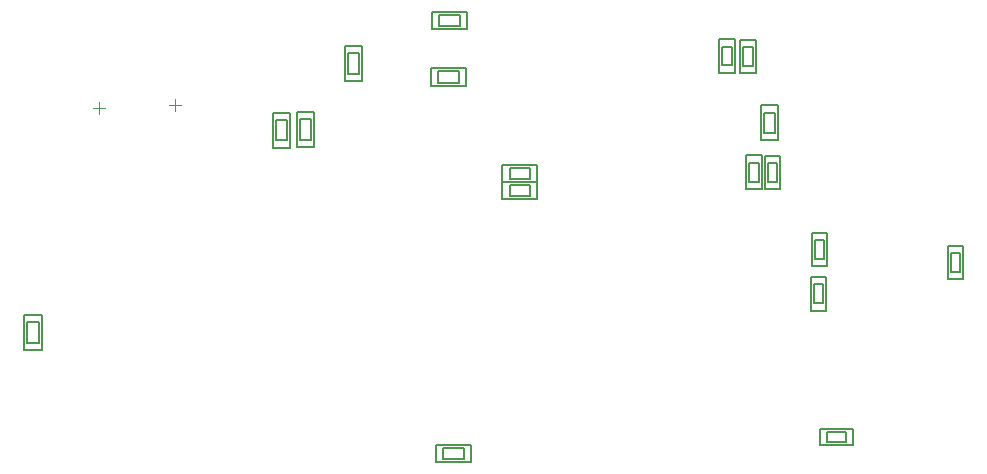
<source format=gbr>
%TF.GenerationSoftware,Altium Limited,Altium Designer,19.1.9 (167)*%
G04 Layer_Color=0*
%FSLAX26Y26*%
%MOIN*%
%TF.FileFunction,Other,Bottom_Courtyard*%
%TF.Part,Single*%
G01*
G75*
%TA.AperFunction,NonConductor*%
%ADD92C,0.003937*%
%ADD95C,0.006000*%
D92*
X712425Y1811315D02*
Y1850685D01*
X692740Y1831000D02*
X732110D01*
X966000Y1820315D02*
Y1859685D01*
X946315Y1840000D02*
X985685D01*
D95*
X3552252Y1283504D02*
Y1346496D01*
X3583748D01*
Y1283504D02*
Y1346496D01*
X3552252Y1283504D02*
X3583748D01*
X3593748Y1259504D02*
Y1370496D01*
X3542252D02*
X3593748D01*
X3542252Y1259504D02*
Y1370496D01*
Y1259504D02*
X3593748D01*
X2880252Y1584504D02*
Y1647496D01*
X2911748D01*
Y1584504D02*
Y1647496D01*
X2880252Y1584504D02*
X2911748D01*
X2921748Y1560504D02*
Y1671496D01*
X2870252D02*
X2921748D01*
X2870252Y1560504D02*
Y1671496D01*
Y1560504D02*
X2921748D01*
X2973748Y1583504D02*
Y1646496D01*
X2942252Y1583504D02*
X2973748D01*
X2942252D02*
Y1646496D01*
X2973748D01*
X2932252Y1559504D02*
Y1670496D01*
Y1559504D02*
X2983748D01*
Y1670496D01*
X2932252D02*
X2983748D01*
X2891748Y1970504D02*
Y2033496D01*
X2860252Y1970504D02*
X2891748D01*
X2860252D02*
Y2033496D01*
X2891748D01*
X2850252Y1946504D02*
Y2057496D01*
Y1946504D02*
X2901748D01*
Y2057496D01*
X2850252D02*
X2901748D01*
X2791252Y1971504D02*
Y2034496D01*
X2822748D01*
Y1971504D02*
Y2034496D01*
X2791252Y1971504D02*
X2822748D01*
X2832748Y1947504D02*
Y2058496D01*
X2781252D02*
X2832748D01*
X2781252Y1947504D02*
Y2058496D01*
Y1947504D02*
X2832748D01*
X474500Y1046500D02*
Y1115500D01*
X511500D01*
Y1046500D02*
Y1115500D01*
X474500Y1046500D02*
X511500D01*
X521500Y1022500D02*
Y1139500D01*
X464500D02*
X521500D01*
X464500Y1022500D02*
Y1139500D01*
Y1022500D02*
X521500D01*
X3140504Y717252D02*
X3203496D01*
X3140504D02*
Y748748D01*
X3203496D01*
Y717252D02*
Y748748D01*
X3116504Y758748D02*
X3227496D01*
X3116504Y707252D02*
Y758748D01*
Y707252D02*
X3227496D01*
Y758748D01*
X1541500Y1942500D02*
Y2011500D01*
X1578500D01*
Y1942500D02*
Y2011500D01*
X1541500Y1942500D02*
X1578500D01*
X1588500Y1918500D02*
Y2035500D01*
X1531500D02*
X1588500D01*
X1531500Y1918500D02*
Y2035500D01*
Y1918500D02*
X1588500D01*
X2930500Y1745500D02*
Y1814500D01*
X2967500D01*
Y1745500D02*
Y1814500D01*
X2930500Y1745500D02*
X2967500D01*
X2977500Y1721500D02*
Y1838500D01*
X2920500D02*
X2977500D01*
X2920500Y1721500D02*
Y1838500D01*
Y1721500D02*
X2977500D01*
X1373500Y1698500D02*
X1430500D01*
X1373500D02*
Y1815500D01*
X1430500D01*
Y1698500D02*
Y1815500D01*
X1383500Y1722500D02*
X1420500D01*
Y1791500D01*
X1383500D02*
X1420500D01*
X1383500Y1722500D02*
Y1791500D01*
X1292500Y1814500D02*
X1349500D01*
Y1697500D02*
Y1814500D01*
X1292500Y1697500D02*
X1349500D01*
X1292500D02*
Y1814500D01*
X1302500Y1790500D02*
X1339500D01*
X1302500Y1721500D02*
Y1790500D01*
Y1721500D02*
X1339500D01*
Y1790500D01*
X1860500Y660500D02*
X1929500D01*
X1860500D02*
Y697500D01*
X1929500D01*
Y660500D02*
Y697500D01*
X1836500Y707500D02*
X1953500D01*
X1836500Y650500D02*
Y707500D01*
Y650500D02*
X1953500D01*
Y707500D01*
X3088252Y1412496D02*
X3139748D01*
Y1301504D02*
Y1412496D01*
X3088252Y1301504D02*
X3139748D01*
X3088252D02*
Y1412496D01*
X3098252Y1388496D02*
X3129748D01*
X3098252Y1325504D02*
Y1388496D01*
Y1325504D02*
X3129748D01*
Y1388496D01*
X3086252Y1265496D02*
X3137748D01*
Y1154504D02*
Y1265496D01*
X3086252Y1154504D02*
X3137748D01*
X3086252D02*
Y1265496D01*
X3096252Y1241496D02*
X3127748D01*
X3096252Y1178504D02*
Y1241496D01*
Y1178504D02*
X3127748D01*
Y1241496D01*
X2081500Y1593500D02*
X2150500D01*
X2081500D02*
Y1630500D01*
X2150500D01*
Y1593500D02*
Y1630500D01*
X2057500Y1640500D02*
X2174500D01*
X2057500Y1583500D02*
Y1640500D01*
Y1583500D02*
X2174500D01*
Y1640500D01*
X2081500Y1535500D02*
X2150500D01*
X2081500D02*
Y1572500D01*
X2150500D01*
Y1535500D02*
Y1572500D01*
X2057500Y1582500D02*
X2174500D01*
X2057500Y1525500D02*
Y1582500D01*
Y1525500D02*
X2174500D01*
Y1582500D01*
X1842500Y1914500D02*
X1911500D01*
X1842500D02*
Y1951500D01*
X1911500D01*
Y1914500D02*
Y1951500D01*
X1818500Y1961500D02*
X1935500D01*
X1818500Y1904500D02*
Y1961500D01*
Y1904500D02*
X1935500D01*
Y1961500D01*
X1847500Y2103500D02*
X1916500D01*
X1847500D02*
Y2140500D01*
X1916500D01*
Y2103500D02*
Y2140500D01*
X1823500Y2150500D02*
X1940500D01*
X1823500Y2093500D02*
Y2150500D01*
Y2093500D02*
X1940500D01*
Y2150500D01*
%TF.MD5,c59c3ad19751e05ae3c0e97fecd54cbe*%
M02*

</source>
